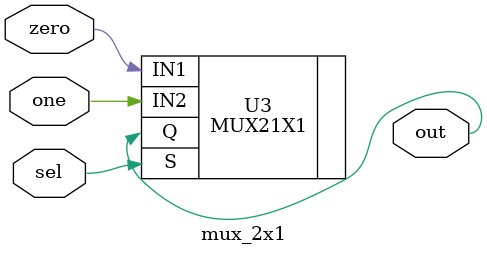
<source format=v>


module mux_2x1 ( zero, one, sel, out );
  input zero, one, sel;
  output out;


  MUX21X1 U3 ( .IN1(zero), .IN2(one), .S(sel), .Q(out) );
endmodule


</source>
